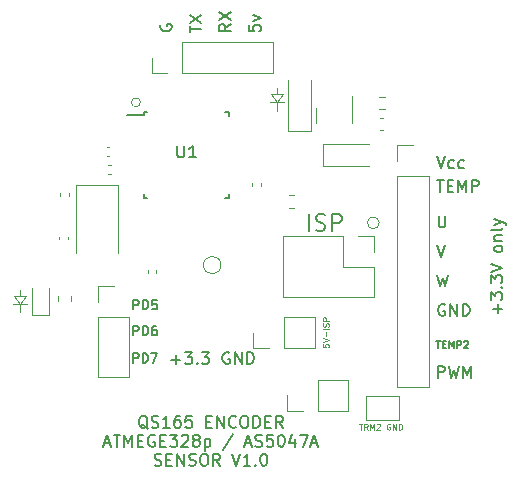
<source format=gbr>
%TF.GenerationSoftware,KiCad,Pcbnew,(6.0.7-1)-1*%
%TF.CreationDate,2023-01-08T16:55:42-05:00*%
%TF.ProjectId,atmega328,61746d65-6761-4333-9238-2e6b69636164,rev?*%
%TF.SameCoordinates,Original*%
%TF.FileFunction,Legend,Top*%
%TF.FilePolarity,Positive*%
%FSLAX46Y46*%
G04 Gerber Fmt 4.6, Leading zero omitted, Abs format (unit mm)*
G04 Created by KiCad (PCBNEW (6.0.7-1)-1) date 2023-01-08 16:55:42*
%MOMM*%
%LPD*%
G01*
G04 APERTURE LIST*
%ADD10C,0.150000*%
%ADD11C,0.120000*%
%ADD12C,0.125000*%
G04 APERTURE END LIST*
D10*
X138169523Y-112841904D02*
X138169523Y-112041904D01*
X138474285Y-112041904D01*
X138550476Y-112080000D01*
X138588571Y-112118095D01*
X138626666Y-112194285D01*
X138626666Y-112308571D01*
X138588571Y-112384761D01*
X138550476Y-112422857D01*
X138474285Y-112460952D01*
X138169523Y-112460952D01*
X138969523Y-112841904D02*
X138969523Y-112041904D01*
X139160000Y-112041904D01*
X139274285Y-112080000D01*
X139350476Y-112156190D01*
X139388571Y-112232380D01*
X139426666Y-112384761D01*
X139426666Y-112499047D01*
X139388571Y-112651428D01*
X139350476Y-112727619D01*
X139274285Y-112803809D01*
X139160000Y-112841904D01*
X138969523Y-112841904D01*
X139693333Y-112041904D02*
X140226666Y-112041904D01*
X139883809Y-112841904D01*
X138169523Y-110531904D02*
X138169523Y-109731904D01*
X138474285Y-109731904D01*
X138550476Y-109770000D01*
X138588571Y-109808095D01*
X138626666Y-109884285D01*
X138626666Y-109998571D01*
X138588571Y-110074761D01*
X138550476Y-110112857D01*
X138474285Y-110150952D01*
X138169523Y-110150952D01*
X138969523Y-110531904D02*
X138969523Y-109731904D01*
X139160000Y-109731904D01*
X139274285Y-109770000D01*
X139350476Y-109846190D01*
X139388571Y-109922380D01*
X139426666Y-110074761D01*
X139426666Y-110189047D01*
X139388571Y-110341428D01*
X139350476Y-110417619D01*
X139274285Y-110493809D01*
X139160000Y-110531904D01*
X138969523Y-110531904D01*
X140112380Y-109731904D02*
X139960000Y-109731904D01*
X139883809Y-109770000D01*
X139845714Y-109808095D01*
X139769523Y-109922380D01*
X139731428Y-110074761D01*
X139731428Y-110379523D01*
X139769523Y-110455714D01*
X139807619Y-110493809D01*
X139883809Y-110531904D01*
X140036190Y-110531904D01*
X140112380Y-110493809D01*
X140150476Y-110455714D01*
X140188571Y-110379523D01*
X140188571Y-110189047D01*
X140150476Y-110112857D01*
X140112380Y-110074761D01*
X140036190Y-110036666D01*
X139883809Y-110036666D01*
X139807619Y-110074761D01*
X139769523Y-110112857D01*
X139731428Y-110189047D01*
X138169523Y-108331904D02*
X138169523Y-107531904D01*
X138474285Y-107531904D01*
X138550476Y-107570000D01*
X138588571Y-107608095D01*
X138626666Y-107684285D01*
X138626666Y-107798571D01*
X138588571Y-107874761D01*
X138550476Y-107912857D01*
X138474285Y-107950952D01*
X138169523Y-107950952D01*
X138969523Y-108331904D02*
X138969523Y-107531904D01*
X139160000Y-107531904D01*
X139274285Y-107570000D01*
X139350476Y-107646190D01*
X139388571Y-107722380D01*
X139426666Y-107874761D01*
X139426666Y-107989047D01*
X139388571Y-108141428D01*
X139350476Y-108217619D01*
X139274285Y-108293809D01*
X139160000Y-108331904D01*
X138969523Y-108331904D01*
X140150476Y-107531904D02*
X139769523Y-107531904D01*
X139731428Y-107912857D01*
X139769523Y-107874761D01*
X139845714Y-107836666D01*
X140036190Y-107836666D01*
X140112380Y-107874761D01*
X140150476Y-107912857D01*
X140188571Y-107989047D01*
X140188571Y-108179523D01*
X140150476Y-108255714D01*
X140112380Y-108293809D01*
X140036190Y-108331904D01*
X139845714Y-108331904D01*
X139769523Y-108293809D01*
X139731428Y-108255714D01*
X169041428Y-108638571D02*
X169041428Y-107876666D01*
X169422380Y-108257619D02*
X168660476Y-108257619D01*
X168422380Y-107495714D02*
X168422380Y-106876666D01*
X168803333Y-107210000D01*
X168803333Y-107067142D01*
X168850952Y-106971904D01*
X168898571Y-106924285D01*
X168993809Y-106876666D01*
X169231904Y-106876666D01*
X169327142Y-106924285D01*
X169374761Y-106971904D01*
X169422380Y-107067142D01*
X169422380Y-107352857D01*
X169374761Y-107448095D01*
X169327142Y-107495714D01*
X169327142Y-106448095D02*
X169374761Y-106400476D01*
X169422380Y-106448095D01*
X169374761Y-106495714D01*
X169327142Y-106448095D01*
X169422380Y-106448095D01*
X168422380Y-106067142D02*
X168422380Y-105448095D01*
X168803333Y-105781428D01*
X168803333Y-105638571D01*
X168850952Y-105543333D01*
X168898571Y-105495714D01*
X168993809Y-105448095D01*
X169231904Y-105448095D01*
X169327142Y-105495714D01*
X169374761Y-105543333D01*
X169422380Y-105638571D01*
X169422380Y-105924285D01*
X169374761Y-106019523D01*
X169327142Y-106067142D01*
X168422380Y-105162380D02*
X169422380Y-104829047D01*
X168422380Y-104495714D01*
X169422380Y-103257619D02*
X169374761Y-103352857D01*
X169327142Y-103400476D01*
X169231904Y-103448095D01*
X168946190Y-103448095D01*
X168850952Y-103400476D01*
X168803333Y-103352857D01*
X168755714Y-103257619D01*
X168755714Y-103114761D01*
X168803333Y-103019523D01*
X168850952Y-102971904D01*
X168946190Y-102924285D01*
X169231904Y-102924285D01*
X169327142Y-102971904D01*
X169374761Y-103019523D01*
X169422380Y-103114761D01*
X169422380Y-103257619D01*
X168755714Y-102495714D02*
X169422380Y-102495714D01*
X168850952Y-102495714D02*
X168803333Y-102448095D01*
X168755714Y-102352857D01*
X168755714Y-102210000D01*
X168803333Y-102114761D01*
X168898571Y-102067142D01*
X169422380Y-102067142D01*
X169422380Y-101448095D02*
X169374761Y-101543333D01*
X169279523Y-101590952D01*
X168422380Y-101590952D01*
X168755714Y-101162380D02*
X169422380Y-100924285D01*
X168755714Y-100686190D02*
X169422380Y-100924285D01*
X169660476Y-101019523D01*
X169708095Y-101067142D01*
X169755714Y-101162380D01*
X141393809Y-112571428D02*
X142155714Y-112571428D01*
X141774761Y-112952380D02*
X141774761Y-112190476D01*
X142536666Y-111952380D02*
X143155714Y-111952380D01*
X142822380Y-112333333D01*
X142965238Y-112333333D01*
X143060476Y-112380952D01*
X143108095Y-112428571D01*
X143155714Y-112523809D01*
X143155714Y-112761904D01*
X143108095Y-112857142D01*
X143060476Y-112904761D01*
X142965238Y-112952380D01*
X142679523Y-112952380D01*
X142584285Y-112904761D01*
X142536666Y-112857142D01*
X143584285Y-112857142D02*
X143631904Y-112904761D01*
X143584285Y-112952380D01*
X143536666Y-112904761D01*
X143584285Y-112857142D01*
X143584285Y-112952380D01*
X143965238Y-111952380D02*
X144584285Y-111952380D01*
X144250952Y-112333333D01*
X144393809Y-112333333D01*
X144489047Y-112380952D01*
X144536666Y-112428571D01*
X144584285Y-112523809D01*
X144584285Y-112761904D01*
X144536666Y-112857142D01*
X144489047Y-112904761D01*
X144393809Y-112952380D01*
X144108095Y-112952380D01*
X144012857Y-112904761D01*
X143965238Y-112857142D01*
X146298571Y-112000000D02*
X146203333Y-111952380D01*
X146060476Y-111952380D01*
X145917619Y-112000000D01*
X145822380Y-112095238D01*
X145774761Y-112190476D01*
X145727142Y-112380952D01*
X145727142Y-112523809D01*
X145774761Y-112714285D01*
X145822380Y-112809523D01*
X145917619Y-112904761D01*
X146060476Y-112952380D01*
X146155714Y-112952380D01*
X146298571Y-112904761D01*
X146346190Y-112857142D01*
X146346190Y-112523809D01*
X146155714Y-112523809D01*
X146774761Y-112952380D02*
X146774761Y-111952380D01*
X147346190Y-112952380D01*
X147346190Y-111952380D01*
X147822380Y-112952380D02*
X147822380Y-111952380D01*
X148060476Y-111952380D01*
X148203333Y-112000000D01*
X148298571Y-112095238D01*
X148346190Y-112190476D01*
X148393809Y-112380952D01*
X148393809Y-112523809D01*
X148346190Y-112714285D01*
X148298571Y-112809523D01*
X148203333Y-112904761D01*
X148060476Y-112952380D01*
X147822380Y-112952380D01*
D11*
X145607685Y-104575000D02*
G75*
G03*
X145607685Y-104575000I-745185J0D01*
G01*
D10*
X164217860Y-96380950D02*
X164551190Y-95380950D01*
X165884530Y-95714280D02*
X166075000Y-95714280D01*
X142384290Y-95404760D02*
X142431900Y-95357140D01*
X145928570Y-84261900D02*
X145976190Y-84357140D01*
X165694050Y-95904760D02*
X165741670Y-95809520D01*
D11*
X149850000Y-90100000D02*
X150850000Y-90100000D01*
D10*
X148380950Y-84738090D02*
X148333330Y-84642860D01*
X165332150Y-111000000D02*
X165332150Y-111600000D01*
X164932150Y-111000000D02*
X165132150Y-111428570D01*
X165217860Y-96380950D02*
X165027380Y-96380950D01*
X166189290Y-111057140D02*
X166217860Y-111028570D01*
X148333330Y-84404760D02*
X148380950Y-84309520D01*
X164551190Y-108833330D02*
X164598810Y-108785710D01*
X164170240Y-107928570D02*
X164075000Y-108023810D01*
D11*
X128600000Y-108550000D02*
X128600000Y-107850000D01*
D10*
X165265480Y-98380950D02*
X164789290Y-98380950D01*
X166075000Y-108880950D02*
X166075000Y-107880950D01*
X166551190Y-108738090D02*
X166455960Y-108833330D01*
X167217860Y-97904760D02*
X166836910Y-97904760D01*
X166075000Y-95714280D02*
X166170240Y-95761900D01*
X140452380Y-84309520D02*
X140452380Y-84452380D01*
X148952380Y-83642860D02*
X148285710Y-83404760D01*
X164455960Y-107880950D02*
X164313100Y-107880950D01*
X143003330Y-94690480D02*
X142908100Y-94738100D01*
X142289050Y-95452380D02*
X142384290Y-95404760D01*
X164932150Y-95761900D02*
X165027380Y-95714280D01*
X165789290Y-95761900D02*
X165884530Y-95714280D01*
X164389290Y-111600000D02*
X164389290Y-111000000D01*
X164075000Y-108023810D02*
X164027380Y-108119050D01*
X165598810Y-108880950D02*
X165598810Y-107880950D01*
X148904760Y-84738090D02*
X148857140Y-84785710D01*
X148428570Y-84261900D02*
X148523810Y-84214290D01*
X166836910Y-98380950D02*
X166836910Y-97380950D01*
D11*
X138780000Y-90800000D02*
G75*
G03*
X138780000Y-90800000I-380000J0D01*
G01*
X150350000Y-89600000D02*
X150350000Y-90100000D01*
D10*
X165932150Y-111257140D02*
X165903570Y-111285710D01*
X164598810Y-101190470D02*
X164598810Y-100380950D01*
X145785710Y-84166670D02*
X145880950Y-84214290D01*
X165741670Y-95809520D02*
X165789290Y-95761900D01*
X142431900Y-95357140D02*
X142479520Y-95261900D01*
X145500000Y-84261900D02*
X145547620Y-84214290D01*
D11*
X128600000Y-106650000D02*
X128600000Y-107150000D01*
D10*
X165960720Y-111114280D02*
X165960720Y-111200000D01*
X164836910Y-95904760D02*
X164884530Y-95809520D01*
X148380950Y-84309520D02*
X148428570Y-84261900D01*
X164836910Y-96190470D02*
X164836910Y-95904760D01*
X164884530Y-96285710D02*
X164836910Y-96190470D01*
X166455960Y-108833330D02*
X166313100Y-108880950D01*
D11*
X128600000Y-107150000D02*
X128600000Y-106650000D01*
D10*
X140500000Y-84214290D02*
X140452380Y-84309520D01*
X165694050Y-97380950D02*
X166027380Y-98095240D01*
X146452380Y-84166670D02*
X145976190Y-84500000D01*
X148904760Y-84309520D02*
X148952380Y-84404760D01*
X165694050Y-96190470D02*
X165694050Y-95904760D01*
X165027380Y-96380950D02*
X164932150Y-96333330D01*
X164027380Y-108642860D02*
X164075000Y-108738090D01*
X141452380Y-84357140D02*
X141404760Y-84214290D01*
X143479520Y-95452380D02*
X142908100Y-95452380D01*
X165884530Y-96380950D02*
X165789290Y-96333330D01*
X165617860Y-111600000D02*
X165617860Y-111000000D01*
X164789290Y-97857140D02*
X165122620Y-97857140D01*
X163846430Y-111000000D02*
X164189290Y-111000000D01*
X166646430Y-108309520D02*
X166646430Y-108452380D01*
X164675000Y-111600000D02*
X164389290Y-111600000D01*
X166836910Y-97380950D02*
X167217860Y-97380950D01*
X164551190Y-106380950D02*
X164789290Y-105380950D01*
X166075000Y-107880950D02*
X166313100Y-107880950D01*
X167313100Y-97428570D02*
X167360720Y-97476190D01*
X166075000Y-96380950D02*
X165884530Y-96380950D01*
X148523810Y-84214290D02*
X148761900Y-84214290D01*
X142952380Y-84880950D02*
X142952380Y-84309520D01*
X164389290Y-111285710D02*
X164589290Y-111285710D01*
X143952380Y-84595240D02*
X142952380Y-84595240D01*
X165027380Y-95714280D02*
X165217860Y-95714280D01*
X166503570Y-111257140D02*
X166160720Y-111600000D01*
X145452380Y-84738100D02*
X145452380Y-84357140D01*
X167408340Y-97714280D02*
X167360720Y-97809520D01*
X166313100Y-108880950D02*
X166075000Y-108880950D01*
X164551190Y-107928570D02*
X164455960Y-107880950D01*
X145642860Y-84166670D02*
X145785710Y-84166670D01*
X166417860Y-111000000D02*
X166475000Y-111028570D01*
X167360720Y-97809520D02*
X167313100Y-97857140D01*
X166455960Y-107928570D02*
X166551190Y-108023810D01*
X166503570Y-111057140D02*
X166532150Y-111114280D01*
X142952380Y-84071430D02*
X143952380Y-83404760D01*
X165932150Y-111057140D02*
X165960720Y-111114280D01*
X165903570Y-111285710D02*
X165846430Y-111314280D01*
X140595240Y-84690480D02*
X140690480Y-84738090D01*
X166646430Y-108452380D02*
X166598810Y-108642860D01*
X164932150Y-111600000D02*
X164932150Y-111000000D01*
X164017860Y-111600000D02*
X164017860Y-111000000D01*
X146452380Y-84738100D02*
X145452380Y-84738100D01*
X164313100Y-108880950D02*
X164408340Y-108880950D01*
X145452380Y-83833330D02*
X146452380Y-83166670D01*
X141357140Y-84166670D02*
X141023810Y-84166670D01*
X164503570Y-101333330D02*
X164551190Y-101285710D01*
X165217860Y-95714280D02*
X165313100Y-95761900D01*
X141404760Y-84595240D02*
X141452380Y-84452380D01*
X141309520Y-84690480D02*
X141404760Y-84595240D01*
X163884530Y-95380950D02*
X164217860Y-96380950D01*
X148761900Y-84214290D02*
X148857140Y-84261900D01*
X164170240Y-108833330D02*
X164313100Y-108880950D01*
X165789290Y-96333330D02*
X165741670Y-96285710D01*
X141908100Y-95261900D02*
X141955710Y-95357140D01*
X164598810Y-108452380D02*
X164408340Y-108452380D01*
X140880950Y-84785710D02*
X141023810Y-84785710D01*
X166598810Y-108642860D02*
X166551190Y-108738090D01*
X164075000Y-101285710D02*
X164122620Y-101333330D01*
X165846430Y-111314280D02*
X165617860Y-111314280D01*
X143193810Y-94452380D02*
X143098570Y-94595240D01*
X141955710Y-95357140D02*
X142003330Y-95404760D01*
X164789290Y-98380950D02*
X164789290Y-97380950D01*
X141023810Y-84785710D02*
X141214290Y-84738090D01*
X148428570Y-84785710D02*
X148380950Y-84738090D01*
D11*
X150350000Y-90800000D02*
X150850000Y-90100000D01*
D10*
X166360720Y-97380950D02*
X166360720Y-98380950D01*
X145547620Y-84214290D02*
X145642860Y-84166670D01*
X165027380Y-108880950D02*
X165027380Y-107880950D01*
X166313100Y-107880950D02*
X166455960Y-107928570D01*
X148857140Y-84261900D02*
X148904760Y-84309520D01*
X148952380Y-84404760D02*
X148952380Y-84642860D01*
X165027380Y-107880950D02*
X165598810Y-108880950D01*
X141404760Y-84214290D02*
X141357140Y-84166670D01*
X140500000Y-84595240D02*
X140595240Y-84690480D01*
X166275000Y-111000000D02*
X166417860Y-111000000D01*
X164313100Y-107880950D02*
X164170240Y-107928570D01*
D11*
X150350000Y-90100000D02*
X150350000Y-89600000D01*
X128100000Y-107150000D02*
X128600000Y-107850000D01*
X128100000Y-107150000D02*
X129100000Y-107150000D01*
X150350000Y-91500000D02*
X150350000Y-90800000D01*
D10*
X147952380Y-84738090D02*
X148428570Y-84785710D01*
X148285710Y-83880950D02*
X148952380Y-83642860D01*
X142098570Y-95452380D02*
X142289050Y-95452380D01*
X165960720Y-111200000D02*
X165932150Y-111257140D01*
X141452380Y-84452380D02*
X141452380Y-84357140D01*
X166170240Y-96333330D02*
X166075000Y-96380950D01*
X143098570Y-94595240D02*
X143003330Y-94690480D01*
X164789290Y-97380950D02*
X165265480Y-97380950D01*
D11*
X128000000Y-107850000D02*
X129200000Y-107850000D01*
D10*
X145452380Y-83166670D02*
X146452380Y-83833330D01*
X164027380Y-101190470D02*
X164075000Y-101285710D01*
X142952380Y-83404760D02*
X143952380Y-84071430D01*
D11*
X149850000Y-90100000D02*
X150350000Y-90800000D01*
D10*
X166475000Y-111028570D02*
X166503570Y-111057140D01*
X165617860Y-111000000D02*
X165846430Y-111000000D01*
X148952380Y-84642860D02*
X148904760Y-84738090D01*
X167360720Y-97476190D02*
X167408340Y-97571430D01*
X163979760Y-108452380D02*
X164027380Y-108642860D01*
X141908100Y-94452380D02*
X141908100Y-95261900D01*
X147952380Y-84261900D02*
X147952380Y-84738090D01*
X142479520Y-95261900D02*
X142479520Y-94452380D01*
X164027380Y-108119050D02*
X163979760Y-108309520D01*
X145452380Y-84357140D02*
X145500000Y-84261900D01*
X143193810Y-95452380D02*
X143193810Y-94452380D01*
X164389290Y-111000000D02*
X164675000Y-111000000D01*
X165846430Y-111000000D02*
X165903570Y-111028570D01*
X141214290Y-84738090D02*
X141309520Y-84690480D01*
X166217860Y-111028570D02*
X166275000Y-111000000D01*
X163884530Y-102880950D02*
X164217860Y-103880950D01*
X164408340Y-108880950D02*
X164551190Y-108833330D01*
D11*
X149750000Y-90800000D02*
X150950000Y-90800000D01*
D10*
X166551190Y-108023810D02*
X166598810Y-108119050D01*
X167313100Y-97857140D02*
X167217860Y-97904760D01*
X164408340Y-101380950D02*
X164503570Y-101333330D01*
X165694050Y-98380950D02*
X165694050Y-97380950D01*
X148333330Y-84642860D02*
X148333330Y-84404760D01*
X163932150Y-105380950D02*
X164170240Y-106380950D01*
X166532150Y-111171430D02*
X166503570Y-111257140D01*
X164551190Y-101285710D02*
X164598810Y-101190470D01*
X164360720Y-105666670D02*
X164551190Y-106380950D01*
X167217860Y-97380950D02*
X167313100Y-97428570D01*
X165132150Y-111428570D02*
X165332150Y-111000000D01*
X145880950Y-84214290D02*
X145928570Y-84261900D01*
X140690480Y-84738090D02*
X140880950Y-84785710D01*
X166027380Y-98095240D02*
X166360720Y-97380950D01*
X166598810Y-108119050D02*
X166646430Y-108309520D01*
X164884530Y-95809520D02*
X164932150Y-95761900D01*
X166160720Y-111600000D02*
X166532150Y-111600000D01*
X164075000Y-108738090D02*
X164170240Y-108833330D01*
X164122620Y-101333330D02*
X164217860Y-101380950D01*
X163979760Y-108309520D02*
X163979760Y-108452380D01*
X163884530Y-97380950D02*
X164455960Y-97380950D01*
X165903570Y-111028570D02*
X165932150Y-111057140D01*
X165313100Y-96333330D02*
X165217860Y-96380950D01*
X164027380Y-100380950D02*
X164027380Y-101190470D01*
D11*
X129200000Y-107850000D02*
X128600000Y-107850000D01*
D10*
X167408340Y-97571430D02*
X167408340Y-97714280D01*
X164217860Y-101380950D02*
X164408340Y-101380950D01*
X165741670Y-96285710D02*
X165694050Y-96190470D01*
D11*
X128600000Y-107850000D02*
X129100000Y-107150000D01*
D10*
X142003330Y-95404760D02*
X142098570Y-95452380D01*
X141023810Y-84166670D02*
X141023810Y-84357140D01*
X164932150Y-96333330D02*
X164884530Y-96285710D01*
X140452380Y-84452380D02*
X140500000Y-84595240D01*
X145976190Y-84357140D02*
X145976190Y-84738100D01*
X166532150Y-111114280D02*
X166532150Y-111171430D01*
X164598810Y-108785710D02*
X164598810Y-108452380D01*
X164217860Y-103880950D02*
X164551190Y-102880950D01*
D11*
X159000000Y-101000000D02*
G75*
G03*
X159000000Y-101000000I-500000J0D01*
G01*
X150950000Y-90800000D02*
X150350000Y-90800000D01*
D10*
X164170240Y-98380950D02*
X164170240Y-97380950D01*
X164170240Y-106380950D02*
X164360720Y-105666670D01*
D12*
X157272752Y-118009790D02*
X157558466Y-118009790D01*
X157415609Y-118509790D02*
X157415609Y-118009790D01*
X158010847Y-118509790D02*
X157844180Y-118271695D01*
X157725133Y-118509790D02*
X157725133Y-118009790D01*
X157915609Y-118009790D01*
X157963228Y-118033600D01*
X157987038Y-118057409D01*
X158010847Y-118105028D01*
X158010847Y-118176457D01*
X157987038Y-118224076D01*
X157963228Y-118247885D01*
X157915609Y-118271695D01*
X157725133Y-118271695D01*
X158225133Y-118509790D02*
X158225133Y-118009790D01*
X158391800Y-118366933D01*
X158558466Y-118009790D01*
X158558466Y-118509790D01*
X158772752Y-118057409D02*
X158796561Y-118033600D01*
X158844180Y-118009790D01*
X158963228Y-118009790D01*
X159010847Y-118033600D01*
X159034657Y-118057409D01*
X159058466Y-118105028D01*
X159058466Y-118152647D01*
X159034657Y-118224076D01*
X158748942Y-118509790D01*
X159058466Y-118509790D01*
X159915609Y-118033600D02*
X159867990Y-118009790D01*
X159796561Y-118009790D01*
X159725133Y-118033600D01*
X159677514Y-118081219D01*
X159653704Y-118128838D01*
X159629895Y-118224076D01*
X159629895Y-118295504D01*
X159653704Y-118390742D01*
X159677514Y-118438361D01*
X159725133Y-118485980D01*
X159796561Y-118509790D01*
X159844180Y-118509790D01*
X159915609Y-118485980D01*
X159939419Y-118462171D01*
X159939419Y-118295504D01*
X159844180Y-118295504D01*
X160153704Y-118509790D02*
X160153704Y-118009790D01*
X160439419Y-118509790D01*
X160439419Y-118009790D01*
X160677514Y-118509790D02*
X160677514Y-118009790D01*
X160796561Y-118009790D01*
X160867990Y-118033600D01*
X160915609Y-118081219D01*
X160939419Y-118128838D01*
X160963228Y-118224076D01*
X160963228Y-118295504D01*
X160939419Y-118390742D01*
X160915609Y-118438361D01*
X160867990Y-118485980D01*
X160796561Y-118509790D01*
X160677514Y-118509790D01*
X154226190Y-111286904D02*
X154226190Y-111525000D01*
X154464285Y-111548809D01*
X154440476Y-111525000D01*
X154416666Y-111477380D01*
X154416666Y-111358333D01*
X154440476Y-111310714D01*
X154464285Y-111286904D01*
X154511904Y-111263095D01*
X154630952Y-111263095D01*
X154678571Y-111286904D01*
X154702380Y-111310714D01*
X154726190Y-111358333D01*
X154726190Y-111477380D01*
X154702380Y-111525000D01*
X154678571Y-111548809D01*
X154226190Y-111120238D02*
X154726190Y-110953571D01*
X154226190Y-110786904D01*
X154535714Y-110620238D02*
X154535714Y-110239285D01*
X154726190Y-110001190D02*
X154226190Y-110001190D01*
X154702380Y-109786904D02*
X154726190Y-109715476D01*
X154726190Y-109596428D01*
X154702380Y-109548809D01*
X154678571Y-109525000D01*
X154630952Y-109501190D01*
X154583333Y-109501190D01*
X154535714Y-109525000D01*
X154511904Y-109548809D01*
X154488095Y-109596428D01*
X154464285Y-109691666D01*
X154440476Y-109739285D01*
X154416666Y-109763095D01*
X154369047Y-109786904D01*
X154321428Y-109786904D01*
X154273809Y-109763095D01*
X154250000Y-109739285D01*
X154226190Y-109691666D01*
X154226190Y-109572619D01*
X154250000Y-109501190D01*
X154726190Y-109286904D02*
X154226190Y-109286904D01*
X154226190Y-109096428D01*
X154250000Y-109048809D01*
X154273809Y-109025000D01*
X154321428Y-109001190D01*
X154392857Y-109001190D01*
X154440476Y-109025000D01*
X154464285Y-109048809D01*
X154488095Y-109096428D01*
X154488095Y-109286904D01*
D10*
X163963098Y-114130950D02*
X163963098Y-113130950D01*
X164344050Y-113130950D01*
X164439288Y-113178570D01*
X164486907Y-113226189D01*
X164534526Y-113321427D01*
X164534526Y-113464284D01*
X164486907Y-113559522D01*
X164439288Y-113607141D01*
X164344050Y-113654760D01*
X163963098Y-113654760D01*
X164867860Y-113130950D02*
X165105955Y-114130950D01*
X165296431Y-113416665D01*
X165486907Y-114130950D01*
X165725002Y-113130950D01*
X166105955Y-114130950D02*
X166105955Y-113130950D01*
X166439288Y-113845236D01*
X166772621Y-113130950D01*
X166772621Y-114130950D01*
X153023333Y-101663333D02*
X153023333Y-100263333D01*
X153623333Y-101596666D02*
X153823333Y-101663333D01*
X154156666Y-101663333D01*
X154290000Y-101596666D01*
X154356666Y-101530000D01*
X154423333Y-101396666D01*
X154423333Y-101263333D01*
X154356666Y-101130000D01*
X154290000Y-101063333D01*
X154156666Y-100996666D01*
X153890000Y-100930000D01*
X153756666Y-100863333D01*
X153690000Y-100796666D01*
X153623333Y-100663333D01*
X153623333Y-100530000D01*
X153690000Y-100396666D01*
X153756666Y-100330000D01*
X153890000Y-100263333D01*
X154223333Y-100263333D01*
X154423333Y-100330000D01*
X155023333Y-101663333D02*
X155023333Y-100263333D01*
X155556666Y-100263333D01*
X155690000Y-100330000D01*
X155756666Y-100396666D01*
X155823333Y-100530000D01*
X155823333Y-100730000D01*
X155756666Y-100863333D01*
X155690000Y-100930000D01*
X155556666Y-100996666D01*
X155023333Y-100996666D01*
X139392857Y-118437619D02*
X139297619Y-118390000D01*
X139202380Y-118294761D01*
X139059523Y-118151904D01*
X138964285Y-118104285D01*
X138869047Y-118104285D01*
X138916666Y-118342380D02*
X138821428Y-118294761D01*
X138726190Y-118199523D01*
X138678571Y-118009047D01*
X138678571Y-117675714D01*
X138726190Y-117485238D01*
X138821428Y-117390000D01*
X138916666Y-117342380D01*
X139107142Y-117342380D01*
X139202380Y-117390000D01*
X139297619Y-117485238D01*
X139345238Y-117675714D01*
X139345238Y-118009047D01*
X139297619Y-118199523D01*
X139202380Y-118294761D01*
X139107142Y-118342380D01*
X138916666Y-118342380D01*
X139726190Y-118294761D02*
X139869047Y-118342380D01*
X140107142Y-118342380D01*
X140202380Y-118294761D01*
X140250000Y-118247142D01*
X140297619Y-118151904D01*
X140297619Y-118056666D01*
X140250000Y-117961428D01*
X140202380Y-117913809D01*
X140107142Y-117866190D01*
X139916666Y-117818571D01*
X139821428Y-117770952D01*
X139773809Y-117723333D01*
X139726190Y-117628095D01*
X139726190Y-117532857D01*
X139773809Y-117437619D01*
X139821428Y-117390000D01*
X139916666Y-117342380D01*
X140154761Y-117342380D01*
X140297619Y-117390000D01*
X141250000Y-118342380D02*
X140678571Y-118342380D01*
X140964285Y-118342380D02*
X140964285Y-117342380D01*
X140869047Y-117485238D01*
X140773809Y-117580476D01*
X140678571Y-117628095D01*
X142107142Y-117342380D02*
X141916666Y-117342380D01*
X141821428Y-117390000D01*
X141773809Y-117437619D01*
X141678571Y-117580476D01*
X141630952Y-117770952D01*
X141630952Y-118151904D01*
X141678571Y-118247142D01*
X141726190Y-118294761D01*
X141821428Y-118342380D01*
X142011904Y-118342380D01*
X142107142Y-118294761D01*
X142154761Y-118247142D01*
X142202380Y-118151904D01*
X142202380Y-117913809D01*
X142154761Y-117818571D01*
X142107142Y-117770952D01*
X142011904Y-117723333D01*
X141821428Y-117723333D01*
X141726190Y-117770952D01*
X141678571Y-117818571D01*
X141630952Y-117913809D01*
X143107142Y-117342380D02*
X142630952Y-117342380D01*
X142583333Y-117818571D01*
X142630952Y-117770952D01*
X142726190Y-117723333D01*
X142964285Y-117723333D01*
X143059523Y-117770952D01*
X143107142Y-117818571D01*
X143154761Y-117913809D01*
X143154761Y-118151904D01*
X143107142Y-118247142D01*
X143059523Y-118294761D01*
X142964285Y-118342380D01*
X142726190Y-118342380D01*
X142630952Y-118294761D01*
X142583333Y-118247142D01*
X144345238Y-117818571D02*
X144678571Y-117818571D01*
X144821428Y-118342380D02*
X144345238Y-118342380D01*
X144345238Y-117342380D01*
X144821428Y-117342380D01*
X145250000Y-118342380D02*
X145250000Y-117342380D01*
X145821428Y-118342380D01*
X145821428Y-117342380D01*
X146869047Y-118247142D02*
X146821428Y-118294761D01*
X146678571Y-118342380D01*
X146583333Y-118342380D01*
X146440476Y-118294761D01*
X146345238Y-118199523D01*
X146297619Y-118104285D01*
X146250000Y-117913809D01*
X146250000Y-117770952D01*
X146297619Y-117580476D01*
X146345238Y-117485238D01*
X146440476Y-117390000D01*
X146583333Y-117342380D01*
X146678571Y-117342380D01*
X146821428Y-117390000D01*
X146869047Y-117437619D01*
X147488095Y-117342380D02*
X147678571Y-117342380D01*
X147773809Y-117390000D01*
X147869047Y-117485238D01*
X147916666Y-117675714D01*
X147916666Y-118009047D01*
X147869047Y-118199523D01*
X147773809Y-118294761D01*
X147678571Y-118342380D01*
X147488095Y-118342380D01*
X147392857Y-118294761D01*
X147297619Y-118199523D01*
X147250000Y-118009047D01*
X147250000Y-117675714D01*
X147297619Y-117485238D01*
X147392857Y-117390000D01*
X147488095Y-117342380D01*
X148345238Y-118342380D02*
X148345238Y-117342380D01*
X148583333Y-117342380D01*
X148726190Y-117390000D01*
X148821428Y-117485238D01*
X148869047Y-117580476D01*
X148916666Y-117770952D01*
X148916666Y-117913809D01*
X148869047Y-118104285D01*
X148821428Y-118199523D01*
X148726190Y-118294761D01*
X148583333Y-118342380D01*
X148345238Y-118342380D01*
X149345238Y-117818571D02*
X149678571Y-117818571D01*
X149821428Y-118342380D02*
X149345238Y-118342380D01*
X149345238Y-117342380D01*
X149821428Y-117342380D01*
X150821428Y-118342380D02*
X150488095Y-117866190D01*
X150250000Y-118342380D02*
X150250000Y-117342380D01*
X150630952Y-117342380D01*
X150726190Y-117390000D01*
X150773809Y-117437619D01*
X150821428Y-117532857D01*
X150821428Y-117675714D01*
X150773809Y-117770952D01*
X150726190Y-117818571D01*
X150630952Y-117866190D01*
X150250000Y-117866190D01*
X135750000Y-119666666D02*
X136226190Y-119666666D01*
X135654761Y-119952380D02*
X135988095Y-118952380D01*
X136321428Y-119952380D01*
X136511904Y-118952380D02*
X137083333Y-118952380D01*
X136797619Y-119952380D02*
X136797619Y-118952380D01*
X137416666Y-119952380D02*
X137416666Y-118952380D01*
X137750000Y-119666666D01*
X138083333Y-118952380D01*
X138083333Y-119952380D01*
X138559523Y-119428571D02*
X138892857Y-119428571D01*
X139035714Y-119952380D02*
X138559523Y-119952380D01*
X138559523Y-118952380D01*
X139035714Y-118952380D01*
X139988095Y-119000000D02*
X139892857Y-118952380D01*
X139750000Y-118952380D01*
X139607142Y-119000000D01*
X139511904Y-119095238D01*
X139464285Y-119190476D01*
X139416666Y-119380952D01*
X139416666Y-119523809D01*
X139464285Y-119714285D01*
X139511904Y-119809523D01*
X139607142Y-119904761D01*
X139750000Y-119952380D01*
X139845238Y-119952380D01*
X139988095Y-119904761D01*
X140035714Y-119857142D01*
X140035714Y-119523809D01*
X139845238Y-119523809D01*
X140464285Y-119428571D02*
X140797619Y-119428571D01*
X140940476Y-119952380D02*
X140464285Y-119952380D01*
X140464285Y-118952380D01*
X140940476Y-118952380D01*
X141273809Y-118952380D02*
X141892857Y-118952380D01*
X141559523Y-119333333D01*
X141702380Y-119333333D01*
X141797619Y-119380952D01*
X141845238Y-119428571D01*
X141892857Y-119523809D01*
X141892857Y-119761904D01*
X141845238Y-119857142D01*
X141797619Y-119904761D01*
X141702380Y-119952380D01*
X141416666Y-119952380D01*
X141321428Y-119904761D01*
X141273809Y-119857142D01*
X142273809Y-119047619D02*
X142321428Y-119000000D01*
X142416666Y-118952380D01*
X142654761Y-118952380D01*
X142750000Y-119000000D01*
X142797619Y-119047619D01*
X142845238Y-119142857D01*
X142845238Y-119238095D01*
X142797619Y-119380952D01*
X142226190Y-119952380D01*
X142845238Y-119952380D01*
X143416666Y-119380952D02*
X143321428Y-119333333D01*
X143273809Y-119285714D01*
X143226190Y-119190476D01*
X143226190Y-119142857D01*
X143273809Y-119047619D01*
X143321428Y-119000000D01*
X143416666Y-118952380D01*
X143607142Y-118952380D01*
X143702380Y-119000000D01*
X143750000Y-119047619D01*
X143797619Y-119142857D01*
X143797619Y-119190476D01*
X143750000Y-119285714D01*
X143702380Y-119333333D01*
X143607142Y-119380952D01*
X143416666Y-119380952D01*
X143321428Y-119428571D01*
X143273809Y-119476190D01*
X143226190Y-119571428D01*
X143226190Y-119761904D01*
X143273809Y-119857142D01*
X143321428Y-119904761D01*
X143416666Y-119952380D01*
X143607142Y-119952380D01*
X143702380Y-119904761D01*
X143750000Y-119857142D01*
X143797619Y-119761904D01*
X143797619Y-119571428D01*
X143750000Y-119476190D01*
X143702380Y-119428571D01*
X143607142Y-119380952D01*
X144226190Y-119285714D02*
X144226190Y-120285714D01*
X144226190Y-119333333D02*
X144321428Y-119285714D01*
X144511904Y-119285714D01*
X144607142Y-119333333D01*
X144654761Y-119380952D01*
X144702380Y-119476190D01*
X144702380Y-119761904D01*
X144654761Y-119857142D01*
X144607142Y-119904761D01*
X144511904Y-119952380D01*
X144321428Y-119952380D01*
X144226190Y-119904761D01*
X146607142Y-118904761D02*
X145750000Y-120190476D01*
X147654761Y-119666666D02*
X148130952Y-119666666D01*
X147559523Y-119952380D02*
X147892857Y-118952380D01*
X148226190Y-119952380D01*
X148511904Y-119904761D02*
X148654761Y-119952380D01*
X148892857Y-119952380D01*
X148988095Y-119904761D01*
X149035714Y-119857142D01*
X149083333Y-119761904D01*
X149083333Y-119666666D01*
X149035714Y-119571428D01*
X148988095Y-119523809D01*
X148892857Y-119476190D01*
X148702380Y-119428571D01*
X148607142Y-119380952D01*
X148559523Y-119333333D01*
X148511904Y-119238095D01*
X148511904Y-119142857D01*
X148559523Y-119047619D01*
X148607142Y-119000000D01*
X148702380Y-118952380D01*
X148940476Y-118952380D01*
X149083333Y-119000000D01*
X149988095Y-118952380D02*
X149511904Y-118952380D01*
X149464285Y-119428571D01*
X149511904Y-119380952D01*
X149607142Y-119333333D01*
X149845238Y-119333333D01*
X149940476Y-119380952D01*
X149988095Y-119428571D01*
X150035714Y-119523809D01*
X150035714Y-119761904D01*
X149988095Y-119857142D01*
X149940476Y-119904761D01*
X149845238Y-119952380D01*
X149607142Y-119952380D01*
X149511904Y-119904761D01*
X149464285Y-119857142D01*
X150654761Y-118952380D02*
X150750000Y-118952380D01*
X150845238Y-119000000D01*
X150892857Y-119047619D01*
X150940476Y-119142857D01*
X150988095Y-119333333D01*
X150988095Y-119571428D01*
X150940476Y-119761904D01*
X150892857Y-119857142D01*
X150845238Y-119904761D01*
X150750000Y-119952380D01*
X150654761Y-119952380D01*
X150559523Y-119904761D01*
X150511904Y-119857142D01*
X150464285Y-119761904D01*
X150416666Y-119571428D01*
X150416666Y-119333333D01*
X150464285Y-119142857D01*
X150511904Y-119047619D01*
X150559523Y-119000000D01*
X150654761Y-118952380D01*
X151845238Y-119285714D02*
X151845238Y-119952380D01*
X151607142Y-118904761D02*
X151369047Y-119619047D01*
X151988095Y-119619047D01*
X152273809Y-118952380D02*
X152940476Y-118952380D01*
X152511904Y-119952380D01*
X153273809Y-119666666D02*
X153750000Y-119666666D01*
X153178571Y-119952380D02*
X153511904Y-118952380D01*
X153845238Y-119952380D01*
X139988095Y-121514761D02*
X140130952Y-121562380D01*
X140369047Y-121562380D01*
X140464285Y-121514761D01*
X140511904Y-121467142D01*
X140559523Y-121371904D01*
X140559523Y-121276666D01*
X140511904Y-121181428D01*
X140464285Y-121133809D01*
X140369047Y-121086190D01*
X140178571Y-121038571D01*
X140083333Y-120990952D01*
X140035714Y-120943333D01*
X139988095Y-120848095D01*
X139988095Y-120752857D01*
X140035714Y-120657619D01*
X140083333Y-120610000D01*
X140178571Y-120562380D01*
X140416666Y-120562380D01*
X140559523Y-120610000D01*
X140988095Y-121038571D02*
X141321428Y-121038571D01*
X141464285Y-121562380D02*
X140988095Y-121562380D01*
X140988095Y-120562380D01*
X141464285Y-120562380D01*
X141892857Y-121562380D02*
X141892857Y-120562380D01*
X142464285Y-121562380D01*
X142464285Y-120562380D01*
X142892857Y-121514761D02*
X143035714Y-121562380D01*
X143273809Y-121562380D01*
X143369047Y-121514761D01*
X143416666Y-121467142D01*
X143464285Y-121371904D01*
X143464285Y-121276666D01*
X143416666Y-121181428D01*
X143369047Y-121133809D01*
X143273809Y-121086190D01*
X143083333Y-121038571D01*
X142988095Y-120990952D01*
X142940476Y-120943333D01*
X142892857Y-120848095D01*
X142892857Y-120752857D01*
X142940476Y-120657619D01*
X142988095Y-120610000D01*
X143083333Y-120562380D01*
X143321428Y-120562380D01*
X143464285Y-120610000D01*
X144083333Y-120562380D02*
X144273809Y-120562380D01*
X144369047Y-120610000D01*
X144464285Y-120705238D01*
X144511904Y-120895714D01*
X144511904Y-121229047D01*
X144464285Y-121419523D01*
X144369047Y-121514761D01*
X144273809Y-121562380D01*
X144083333Y-121562380D01*
X143988095Y-121514761D01*
X143892857Y-121419523D01*
X143845238Y-121229047D01*
X143845238Y-120895714D01*
X143892857Y-120705238D01*
X143988095Y-120610000D01*
X144083333Y-120562380D01*
X145511904Y-121562380D02*
X145178571Y-121086190D01*
X144940476Y-121562380D02*
X144940476Y-120562380D01*
X145321428Y-120562380D01*
X145416666Y-120610000D01*
X145464285Y-120657619D01*
X145511904Y-120752857D01*
X145511904Y-120895714D01*
X145464285Y-120990952D01*
X145416666Y-121038571D01*
X145321428Y-121086190D01*
X144940476Y-121086190D01*
X146559523Y-120562380D02*
X146892857Y-121562380D01*
X147226190Y-120562380D01*
X148083333Y-121562380D02*
X147511904Y-121562380D01*
X147797619Y-121562380D02*
X147797619Y-120562380D01*
X147702380Y-120705238D01*
X147607142Y-120800476D01*
X147511904Y-120848095D01*
X148511904Y-121467142D02*
X148559523Y-121514761D01*
X148511904Y-121562380D01*
X148464285Y-121514761D01*
X148511904Y-121467142D01*
X148511904Y-121562380D01*
X149178571Y-120562380D02*
X149273809Y-120562380D01*
X149369047Y-120610000D01*
X149416666Y-120657619D01*
X149464285Y-120752857D01*
X149511904Y-120943333D01*
X149511904Y-121181428D01*
X149464285Y-121371904D01*
X149416666Y-121467142D01*
X149369047Y-121514761D01*
X149273809Y-121562380D01*
X149178571Y-121562380D01*
X149083333Y-121514761D01*
X149035714Y-121467142D01*
X148988095Y-121371904D01*
X148940476Y-121181428D01*
X148940476Y-120943333D01*
X148988095Y-120752857D01*
X149035714Y-120657619D01*
X149083333Y-120610000D01*
X149178571Y-120562380D01*
D11*
%TO.C,C8*%
X139420000Y-105032164D02*
X139420000Y-105247836D01*
X140140000Y-105032164D02*
X140140000Y-105247836D01*
%TO.C,C3*%
X136157836Y-94590000D02*
X135942164Y-94590000D01*
X136157836Y-95310000D02*
X135942164Y-95310000D01*
%TO.C,C5*%
X148240000Y-97642164D02*
X148240000Y-97857836D01*
X148960000Y-97642164D02*
X148960000Y-97857836D01*
%TO.C,C4*%
X136267836Y-96130000D02*
X136052164Y-96130000D01*
X136267836Y-96850000D02*
X136052164Y-96850000D01*
%TO.C,JP1*%
X160650000Y-117700000D02*
X157850000Y-117700000D01*
X160650000Y-115700000D02*
X160650000Y-117700000D01*
X157850000Y-117700000D02*
X157850000Y-115700000D01*
X157850000Y-115700000D02*
X160650000Y-115700000D01*
%TO.C,J1*%
X139720000Y-88330000D02*
X139720000Y-87000000D01*
X142320000Y-88330000D02*
X150000000Y-88330000D01*
X142320000Y-85670000D02*
X150000000Y-85670000D01*
X150000000Y-88330000D02*
X150000000Y-85670000D01*
X141050000Y-88330000D02*
X139720000Y-88330000D01*
X142320000Y-88330000D02*
X142320000Y-85670000D01*
%TO.C,J5*%
X160537860Y-114888570D02*
X163197860Y-114888570D01*
X160537860Y-94448570D02*
X161867860Y-94448570D01*
X160537860Y-97048570D02*
X163197860Y-97048570D01*
X163197860Y-97048570D02*
X163197860Y-114888570D01*
X160537860Y-95778570D02*
X160537860Y-94448570D01*
X160537860Y-97048570D02*
X160537860Y-114888570D01*
%TO.C,D2*%
X131061800Y-108825200D02*
X131061800Y-106540200D01*
X129591800Y-108825200D02*
X131061800Y-108825200D01*
X129591800Y-106540200D02*
X129591800Y-108825200D01*
%TO.C,R1*%
X158972542Y-90311900D02*
X159447058Y-90311900D01*
X158972542Y-91356900D02*
X159447058Y-91356900D01*
D10*
%TO.C,U1*%
X139045000Y-91635000D02*
X139045000Y-91860000D01*
X146295000Y-98885000D02*
X146295000Y-98560000D01*
X139045000Y-98885000D02*
X139370000Y-98885000D01*
X139045000Y-91860000D02*
X137620000Y-91860000D01*
X139045000Y-91635000D02*
X139370000Y-91635000D01*
X146295000Y-91635000D02*
X146295000Y-91960000D01*
X146295000Y-91635000D02*
X145970000Y-91635000D01*
X139045000Y-98885000D02*
X139045000Y-98560000D01*
X146295000Y-98885000D02*
X145970000Y-98885000D01*
D11*
%TO.C,C1*%
X159059220Y-93134400D02*
X159340380Y-93134400D01*
X159059220Y-92114400D02*
X159340380Y-92114400D01*
%TO.C,ISP1*%
X158565800Y-102104000D02*
X157235800Y-102104000D01*
X158565800Y-107304000D02*
X158565800Y-104704000D01*
X158565800Y-103434000D02*
X158565800Y-102104000D01*
X158565800Y-107304000D02*
X150825800Y-107304000D01*
X150825800Y-107304000D02*
X150825800Y-102104000D01*
X155965800Y-102104000D02*
X150825800Y-102104000D01*
X158565800Y-104704000D02*
X155965800Y-104704000D01*
X155965800Y-104704000D02*
X155965800Y-102104000D01*
%TO.C,C6*%
X131974800Y-98707236D02*
X131974800Y-98491564D01*
X132694800Y-98707236D02*
X132694800Y-98491564D01*
%TO.C,C2*%
X154264800Y-94314400D02*
X154264800Y-96184400D01*
X158174800Y-94314400D02*
X154264800Y-94314400D01*
X154264800Y-96184400D02*
X158174800Y-96184400D01*
%TO.C,R2*%
X151337742Y-98677500D02*
X151812258Y-98677500D01*
X151337742Y-99722500D02*
X151812258Y-99722500D01*
%TO.C,C7*%
X131900000Y-102407836D02*
X131900000Y-102192164D01*
X132620000Y-102407836D02*
X132620000Y-102192164D01*
%TO.C,R3*%
X131827300Y-107162142D02*
X131827300Y-107636658D01*
X132872300Y-107162142D02*
X132872300Y-107636658D01*
%TO.C,J6*%
X149675000Y-111630000D02*
X148345000Y-111630000D01*
X153545000Y-111630000D02*
X153545000Y-108970000D01*
X150945000Y-111630000D02*
X153545000Y-111630000D01*
X148345000Y-111630000D02*
X148345000Y-110300000D01*
X150945000Y-108970000D02*
X153545000Y-108970000D01*
X150945000Y-111630000D02*
X150945000Y-108970000D01*
%TO.C,Y1*%
X136884800Y-103564400D02*
X136884800Y-97814400D01*
X133284800Y-97814400D02*
X133284800Y-103564400D01*
X136884800Y-97814400D02*
X133284800Y-97814400D01*
%TO.C,Q1*%
X153614800Y-91934400D02*
X153614800Y-92584400D01*
X153614800Y-91934400D02*
X153614800Y-91284400D01*
X156734800Y-91934400D02*
X156734800Y-92584400D01*
X156734800Y-91934400D02*
X156734800Y-90259400D01*
%TO.C,D1*%
X153250000Y-93200000D02*
X153250000Y-88900000D01*
X151250000Y-93200000D02*
X153250000Y-93200000D01*
X151250000Y-88900000D02*
X151250000Y-93200000D01*
%TO.C,J4*%
X135194400Y-108930000D02*
X135194400Y-114070000D01*
X135194400Y-114070000D02*
X137854400Y-114070000D01*
X137854400Y-108930000D02*
X137854400Y-114070000D01*
X135194400Y-107660000D02*
X135194400Y-106330000D01*
X135194400Y-106330000D02*
X136524400Y-106330000D01*
X135194400Y-108930000D02*
X137854400Y-108930000D01*
%TO.C,J3*%
X153795000Y-116930000D02*
X156395000Y-116930000D01*
X153795000Y-114270000D02*
X156395000Y-114270000D01*
X156395000Y-116930000D02*
X156395000Y-114270000D01*
X153795000Y-116930000D02*
X153795000Y-114270000D01*
X152525000Y-116930000D02*
X151195000Y-116930000D01*
X151195000Y-116930000D02*
X151195000Y-115600000D01*
%TD*%
M02*

</source>
